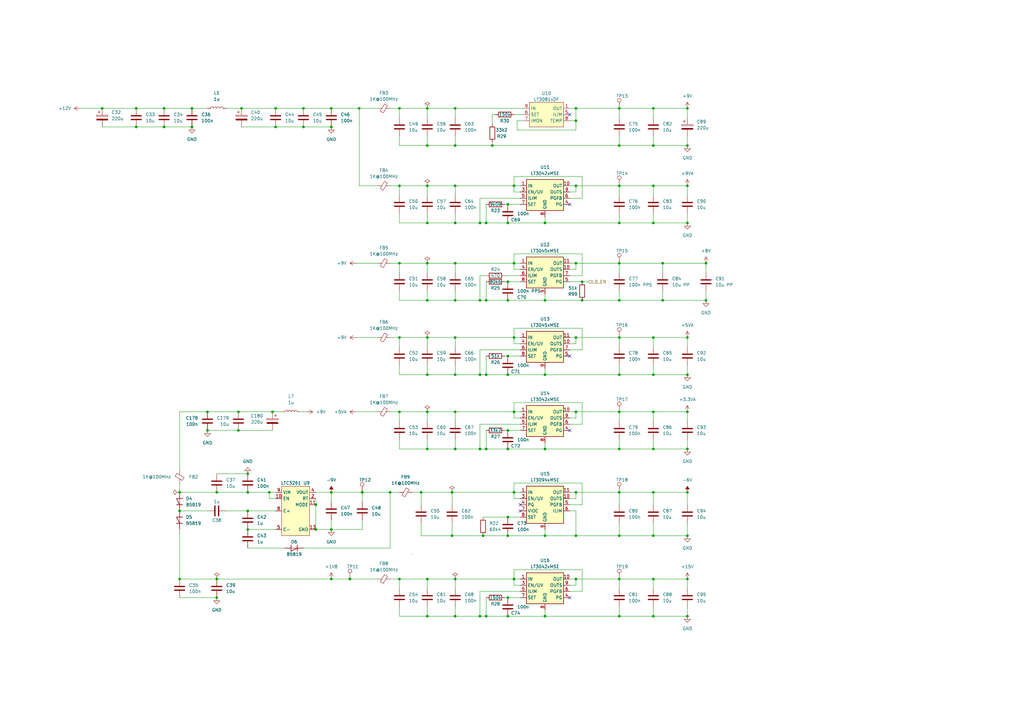
<source format=kicad_sch>
(kicad_sch (version 20211123) (generator eeschema)
  (paper "A3")
  (title_block (title "Kirdy") (date "2022-07-03") (rev "r0.1") (company "M-Labs") (comment 1 "Alex Wong Tat Hang"))
  (junction (at 175.26 237.49))
  (junction (at 223.52 184.15))
  (junction (at 236.22 76.2))
  (junction (at 210.82 201.93))
  (junction (at 78.74 44.45))
  (junction (at 210.82 76.2))
  (junction (at 236.22 168.91))
  (junction (at 185.42 219.71))
  (junction (at 101.6 217.17))
  (junction (at 254 184.15))
  (junction (at 208.28 245.11))
  (junction (at 185.42 201.93))
  (junction (at 208.28 176.53))
  (junction (at 135.89 217.17))
  (junction (at 147.32 44.45))
  (junction (at 210.82 138.43))
  (junction (at 254 91.44))
  (junction (at 143.51 237.49))
  (junction (at 135.89 237.49))
  (junction (at 238.76 115.57))
  (junction (at 148.556 201.93))
  (junction (at 236.22 49.53))
  (junction (at 208.28 252.73))
  (junction (at 196.85 184.15))
  (junction (at 238.76 123.19))
  (junction (at 88.9 237.49))
  (junction (at 199.39 252.73))
  (junction (at 186.69 138.43))
  (junction (at 208.28 184.15))
  (junction (at 78.74 52.07))
  (junction (at 254 44.45))
  (junction (at 267.97 76.2))
  (junction (at 199.39 153.67))
  (junction (at 254 237.49))
  (junction (at 111.76 168.91))
  (junction (at 163.83 76.2))
  (junction (at 289.56 107.95))
  (junction (at 210.82 107.95))
  (junction (at 99.06 44.45))
  (junction (at 67.31 52.07))
  (junction (at 175.26 59.69))
  (junction (at 267.97 201.93))
  (junction (at 113.03 52.07))
  (junction (at 175.26 153.67))
  (junction (at 175.26 91.44))
  (junction (at 41.91 44.45))
  (junction (at 281.94 138.43))
  (junction (at 267.97 138.43))
  (junction (at 175.26 107.95))
  (junction (at 85.09 168.91))
  (junction (at 196.85 91.44))
  (junction (at 199.39 123.19))
  (junction (at 267.97 252.73))
  (junction (at 281.94 237.49))
  (junction (at 186.69 252.73))
  (junction (at 208.28 123.19))
  (junction (at 254 219.71))
  (junction (at 97.79 168.91))
  (junction (at 148.59 201.93))
  (junction (at 223.52 153.67))
  (junction (at 223.52 91.44))
  (junction (at 236.22 44.45))
  (junction (at 101.6 209.55))
  (junction (at 281.94 76.2))
  (junction (at 281.94 201.93))
  (junction (at 281.94 168.91))
  (junction (at 186.69 107.95))
  (junction (at 289.56 123.19))
  (junction (at 281.94 44.45))
  (junction (at 186.69 237.49))
  (junction (at 186.69 184.15))
  (junction (at 163.83 168.91))
  (junction (at 236.22 219.71))
  (junction (at 254 168.91))
  (junction (at 281.94 252.73))
  (junction (at 223.52 123.19))
  (junction (at 186.69 76.2))
  (junction (at 198.12 219.71))
  (junction (at 281.94 184.15))
  (junction (at 267.97 44.45))
  (junction (at 135.89 201.93))
  (junction (at 186.69 91.44))
  (junction (at 267.97 168.91))
  (junction (at 175.26 168.91))
  (junction (at 281.94 219.71))
  (junction (at 160.02 201.93))
  (junction (at 186.69 59.69))
  (junction (at 208.28 83.82))
  (junction (at 135.89 52.07))
  (junction (at 236.22 201.93))
  (junction (at 113.03 44.45))
  (junction (at 254 153.67))
  (junction (at 254 138.43))
  (junction (at 210.82 168.91))
  (junction (at 281.94 91.44))
  (junction (at 254 59.69))
  (junction (at 267.97 184.15))
  (junction (at 271.78 123.19))
  (junction (at 254 76.2))
  (junction (at 101.6 201.93))
  (junction (at 163.83 138.43))
  (junction (at 186.69 123.19))
  (junction (at 175.26 252.73))
  (junction (at 135.89 44.45))
  (junction (at 196.85 123.19))
  (junction (at 208.28 91.44))
  (junction (at 172.72 201.93))
  (junction (at 208.28 153.67))
  (junction (at 73.66 209.55))
  (junction (at 201.93 59.69))
  (junction (at 267.97 237.49))
  (junction (at 208.28 212.09))
  (junction (at 196.85 252.73))
  (junction (at 124.46 52.07))
  (junction (at 175.26 184.15))
  (junction (at 163.83 107.95))
  (junction (at 186.69 153.67))
  (junction (at 88.9 201.93))
  (junction (at 254 201.93))
  (junction (at 85.09 176.53))
  (junction (at 110.49 201.93))
  (junction (at 208.28 115.57))
  (junction (at 236.22 107.95))
  (junction (at 267.97 219.71))
  (junction (at 208.28 146.05))
  (junction (at 223.52 252.73))
  (junction (at 73.66 201.93))
  (junction (at 175.26 123.19))
  (junction (at 281.94 59.69))
  (junction (at 97.79 176.53))
  (junction (at 267.97 59.69))
  (junction (at 55.88 52.07))
  (junction (at 236.22 237.49))
  (junction (at 281.94 153.67))
  (junction (at 223.52 219.71))
  (junction (at 208.28 219.71))
  (junction (at 271.78 107.95))
  (junction (at 175.26 76.2))
  (junction (at 175.26 138.43))
  (junction (at 163.83 44.45))
  (junction (at 199.39 184.15))
  (junction (at 101.6 194.31))
  (junction (at 88.9 245.11))
  (junction (at 267.97 91.44))
  (junction (at 254 123.19))
  (junction (at 175.26 44.45))
  (junction (at 210.82 237.49))
  (junction (at 254 252.73))
  (junction (at 73.66 237.49))
  (junction (at 163.83 237.49))
  (junction (at 186.69 168.91))
  (junction (at 129.54 207.01))
  (junction (at 67.31 44.45))
  (junction (at 267.97 153.67))
  (junction (at 124.46 44.45))
  (junction (at 55.88 44.45))
  (junction (at 186.69 44.45))
  (junction (at 254 107.95))
  (junction (at 129.54 217.17))
  (junction (at 236.22 138.43))
  (junction (at 199.39 91.44))
  (junction (at 196.85 153.67))
  (no_connect (at 233.68 176.53))
  (no_connect (at 233.68 245.11))
  (no_connect (at 233.68 46.99))
  (no_connect (at 213.36 209.55))
  (no_connect (at 213.36 207.01))
  (no_connect (at 233.68 83.82))
  (no_connect (at 233.68 146.05))
  (wire (pts (xy 88.9 201.93) (xy 101.6 201.93)))
  (wire (pts (xy 207.01 176.53) (xy 208.28 176.53)))
  (wire (pts (xy 267.97 214.63) (xy 267.97 219.71)))
  (wire (pts (xy 267.97 153.67) (xy 267.97 149.86)))
  (wire (pts (xy 196.85 81.28) (xy 196.85 91.44)))
  (wire (pts (xy 175.26 241.3) (xy 175.26 237.49)))
  (wire (pts (xy 160.02 237.49) (xy 163.83 237.49)))
  (wire (pts (xy 254 237.49) (xy 254 241.3)))
  (wire (pts (xy 233.68 140.97) (xy 236.22 140.97)))
  (wire (pts (xy 148.59 201.93) (xy 148.59 205.74)))
  (wire (pts (xy 281.94 252.73) (xy 281.94 248.92)))
  (wire (pts (xy 254 107.95) (xy 254 111.76)))
  (wire (pts (xy 135.89 213.36) (xy 135.89 217.17)))
  (wire (pts (xy 163.83 252.73) (xy 163.83 248.92)))
  (wire (pts (xy 208.28 176.53) (xy 213.36 176.53)))
  (wire (pts (xy 124.46 44.45) (xy 135.89 44.45)))
  (wire (pts (xy 135.89 217.17) (xy 129.54 217.17)))
  (wire (pts (xy 201.93 58.42) (xy 201.93 59.69)))
  (wire (pts (xy 196.85 91.44) (xy 199.39 91.44)))
  (wire (pts (xy 271.78 107.95) (xy 271.78 111.76)))
  (wire (pts (xy 267.97 252.73) (xy 281.94 252.73)))
  (wire (pts (xy 160.02 107.95) (xy 163.83 107.95)))
  (wire (pts (xy 186.69 172.72) (xy 186.69 168.91)))
  (wire (pts (xy 196.85 113.03) (xy 199.39 113.03)))
  (wire (pts (xy 236.22 219.71) (xy 223.52 219.71)))
  (wire (pts (xy 175.26 123.19) (xy 186.69 123.19)))
  (wire (pts (xy 175.26 252.73) (xy 175.26 248.92)))
  (wire (pts (xy 186.69 123.19) (xy 196.85 123.19)))
  (wire (pts (xy 185.42 219.71) (xy 198.12 219.71)))
  (wire (pts (xy 201.93 50.8) (xy 201.93 46.99)))
  (wire (pts (xy 267.97 153.67) (xy 281.94 153.67)))
  (wire (pts (xy 85.09 176.53) (xy 97.79 176.53)))
  (wire (pts (xy 207.01 115.57) (xy 208.28 115.57)))
  (wire (pts (xy 175.26 123.19) (xy 175.26 119.38)))
  (wire (pts (xy 210.82 76.2) (xy 213.36 76.2)))
  (wire (pts (xy 85.09 168.91) (xy 97.79 168.91)))
  (wire (pts (xy 163.83 59.69) (xy 175.26 59.69)))
  (wire (pts (xy 210.82 237.49) (xy 213.36 237.49)))
  (wire (pts (xy 254 219.71) (xy 254 214.63)))
  (wire (pts (xy 199.39 184.15) (xy 208.28 184.15)))
  (wire (pts (xy 129.54 201.93) (xy 135.89 201.93)))
  (wire (pts (xy 175.26 142.24) (xy 175.26 138.43)))
  (wire (pts (xy 199.39 252.73) (xy 208.28 252.73)))
  (wire (pts (xy 186.69 80.01) (xy 186.69 76.2)))
  (wire (pts (xy 199.39 245.11) (xy 199.39 252.73)))
  (wire (pts (xy 172.72 214.63) (xy 172.72 219.71)))
  (wire (pts (xy 92.71 209.55) (xy 101.6 209.55)))
  (wire (pts (xy 208.28 184.15) (xy 223.52 184.15)))
  (wire (pts (xy 175.26 184.15) (xy 186.69 184.15)))
  (wire (pts (xy 208.28 91.44) (xy 223.52 91.44)))
  (wire (pts (xy 213.36 204.47) (xy 210.82 204.47)))
  (wire (pts (xy 135.89 44.45) (xy 147.32 44.45)))
  (wire (pts (xy 254 219.71) (xy 267.97 219.71)))
  (wire (pts (xy 208.28 115.57) (xy 213.36 115.57)))
  (wire (pts (xy 163.83 252.73) (xy 175.26 252.73)))
  (wire (pts (xy 185.42 201.93) (xy 210.82 201.93)))
  (wire (pts (xy 186.69 168.91) (xy 210.82 168.91)))
  (wire (pts (xy 199.39 115.57) (xy 199.39 123.19)))
  (wire (pts (xy 175.26 76.2) (xy 186.69 76.2)))
  (wire (pts (xy 186.69 91.44) (xy 186.69 87.63)))
  (wire (pts (xy 199.39 146.05) (xy 199.39 153.67)))
  (wire (pts (xy 254 153.67) (xy 254 149.86)))
  (wire (pts (xy 238.76 134.62) (xy 210.82 134.62)))
  (wire (pts (xy 199.39 153.67) (xy 208.28 153.67)))
  (wire (pts (xy 172.72 219.71) (xy 185.42 219.71)))
  (wire (pts (xy 223.52 91.44) (xy 254 91.44)))
  (wire (pts (xy 236.22 240.03) (xy 236.22 237.49)))
  (wire (pts (xy 101.6 224.79) (xy 116.84 224.79)))
  (wire (pts (xy 198.12 219.71) (xy 208.28 219.71)))
  (wire (pts (xy 254 184.15) (xy 254 180.34)))
  (wire (pts (xy 210.82 140.97) (xy 210.82 138.43)))
  (wire (pts (xy 55.88 52.07) (xy 67.31 52.07)))
  (wire (pts (xy 196.85 81.28) (xy 213.36 81.28)))
  (wire (pts (xy 148.556 201.93) (xy 148.59 201.93)))
  (wire (pts (xy 267.97 59.69) (xy 254 59.69)))
  (wire (pts (xy 212.09 49.53) (xy 214.63 49.53)))
  (wire (pts (xy 213.36 110.49) (xy 210.82 110.49)))
  (wire (pts (xy 254 107.95) (xy 271.78 107.95)))
  (wire (pts (xy 267.97 91.44) (xy 267.97 87.63)))
  (wire (pts (xy 223.52 250.19) (xy 223.52 252.73)))
  (wire (pts (xy 254 123.19) (xy 254 119.38)))
  (wire (pts (xy 254 201.93) (xy 267.97 201.93)))
  (wire (pts (xy 186.69 44.45) (xy 214.63 44.45)))
  (wire (pts (xy 196.85 173.99) (xy 213.36 173.99)))
  (wire (pts (xy 175.26 184.15) (xy 175.26 180.34)))
  (wire (pts (xy 233.68 113.03) (xy 238.76 113.03)))
  (wire (pts (xy 210.82 107.95) (xy 213.36 107.95)))
  (wire (pts (xy 186.69 241.3) (xy 186.69 237.49)))
  (wire (pts (xy 254 237.49) (xy 267.97 237.49)))
  (wire (pts (xy 146.05 168.91) (xy 154.94 168.91)))
  (wire (pts (xy 236.22 237.49) (xy 254 237.49)))
  (wire (pts (xy 210.82 201.93) (xy 213.36 201.93)))
  (wire (pts (xy 236.22 44.45) (xy 236.22 49.53)))
  (wire (pts (xy 207.01 245.11) (xy 208.28 245.11)))
  (wire (pts (xy 210.82 78.74) (xy 210.82 76.2)))
  (wire (pts (xy 196.85 252.73) (xy 199.39 252.73)))
  (wire (pts (xy 186.69 153.67) (xy 196.85 153.67)))
  (wire (pts (xy 236.22 219.71) (xy 254 219.71)))
  (wire (pts (xy 210.82 138.43) (xy 213.36 138.43)))
  (wire (pts (xy 73.66 198.12) (xy 73.66 201.93)))
  (wire (pts (xy 238.76 173.99) (xy 238.76 165.1)))
  (wire (pts (xy 175.26 172.72) (xy 175.26 168.91)))
  (wire (pts (xy 113.03 52.07) (xy 124.46 52.07)))
  (wire (pts (xy 73.66 237.49) (xy 73.66 217.17)))
  (wire (pts (xy 238.76 165.1) (xy 210.82 165.1)))
  (wire (pts (xy 208.28 123.19) (xy 223.52 123.19)))
  (wire (pts (xy 113.03 44.45) (xy 124.46 44.45)))
  (wire (pts (xy 281.94 76.2) (xy 281.94 80.01)))
  (wire (pts (xy 163.83 172.72) (xy 163.83 168.91)))
  (wire (pts (xy 281.94 184.15) (xy 281.94 180.34)))
  (wire (pts (xy 201.93 46.99) (xy 203.2 46.99)))
  (wire (pts (xy 238.76 104.14) (xy 210.82 104.14)))
  (wire (pts (xy 210.82 240.03) (xy 210.82 237.49)))
  (wire (pts (xy 281.94 168.91) (xy 281.94 172.72)))
  (wire (pts (xy 163.83 107.95) (xy 175.26 107.95)))
  (wire (pts (xy 233.68 143.51) (xy 238.76 143.51)))
  (wire (pts (xy 233.68 115.57) (xy 238.76 115.57)))
  (wire (pts (xy 254 48.26) (xy 254 44.45)))
  (wire (pts (xy 196.85 113.03) (xy 196.85 123.19)))
  (wire (pts (xy 236.22 201.93) (xy 254 201.93)))
  (wire (pts (xy 73.66 237.49) (xy 88.9 237.49)))
  (wire (pts (xy 175.26 168.91) (xy 186.69 168.91)))
  (wire (pts (xy 233.68 240.03) (xy 236.22 240.03)))
  (wire (pts (xy 201.93 59.69) (xy 254 59.69)))
  (wire (pts (xy 175.26 44.45) (xy 186.69 44.45)))
  (wire (pts (xy 160.02 44.45) (xy 163.83 44.45)))
  (wire (pts (xy 124.46 52.07) (xy 135.89 52.07)))
  (wire (pts (xy 236.22 138.43) (xy 254 138.43)))
  (wire (pts (xy 110.49 201.93) (xy 113.03 201.93)))
  (wire (pts (xy 233.68 173.99) (xy 238.76 173.99)))
  (wire (pts (xy 210.82 134.62) (xy 210.82 138.43)))
  (wire (pts (xy 267.97 76.2) (xy 267.97 80.01)))
  (wire (pts (xy 267.97 138.43) (xy 281.94 138.43)))
  (wire (pts (xy 254 44.45) (xy 267.97 44.45)))
  (wire (pts (xy 254 91.44) (xy 267.97 91.44)))
  (wire (pts (xy 271.78 123.19) (xy 271.78 119.38)))
  (wire (pts (xy 238.76 113.03) (xy 238.76 104.14)))
  (wire (pts (xy 223.52 151.13) (xy 223.52 153.67)))
  (wire (pts (xy 233.68 138.43) (xy 236.22 138.43)))
  (wire (pts (xy 163.83 59.69) (xy 163.83 55.88)))
  (wire (pts (xy 233.68 81.28) (xy 238.76 81.28)))
  (wire (pts (xy 196.85 153.67) (xy 199.39 153.67)))
  (wire (pts (xy 163.83 123.19) (xy 175.26 123.19)))
  (wire (pts (xy 223.52 181.61) (xy 223.52 184.15)))
  (wire (pts (xy 113.03 204.47) (xy 110.49 204.47)))
  (wire (pts (xy 73.66 245.11) (xy 88.9 245.11)))
  (wire (pts (xy 186.69 59.69) (xy 201.93 59.69)))
  (wire (pts (xy 135.89 237.49) (xy 143.51 237.49)))
  (wire (pts (xy 186.69 153.67) (xy 186.69 149.86)))
  (wire (pts (xy 186.69 123.19) (xy 186.69 119.38)))
  (wire (pts (xy 233.68 76.2) (xy 236.22 76.2)))
  (wire (pts (xy 185.42 214.63) (xy 185.42 219.71)))
  (wire (pts (xy 208.28 252.73) (xy 223.52 252.73)))
  (wire (pts (xy 175.26 252.73) (xy 186.69 252.73)))
  (wire (pts (xy 168.91 201.93) (xy 172.72 201.93)))
  (wire (pts (xy 186.69 48.26) (xy 186.69 44.45)))
  (wire (pts (xy 135.89 201.93) (xy 148.556 201.93)))
  (wire (pts (xy 115.57 168.91) (xy 111.76 168.91)))
  (wire (pts (xy 123.19 168.91) (xy 125.73 168.91)))
  (wire (pts (xy 267.97 44.45) (xy 281.94 44.45)))
  (wire (pts (xy 199.39 176.53) (xy 199.39 184.15)))
  (wire (pts (xy 254 168.91) (xy 254 172.72)))
  (wire (pts (xy 254 201.93) (xy 254 207.01)))
  (wire (pts (xy 185.42 201.93) (xy 185.42 207.01)))
  (wire (pts (xy 135.89 201.93) (xy 135.89 205.74)))
  (wire (pts (xy 213.36 78.74) (xy 210.82 78.74)))
  (wire (pts (xy 267.97 48.26) (xy 267.97 44.45)))
  (wire (pts (xy 163.83 237.49) (xy 175.26 237.49)))
  (wire (pts (xy 196.85 143.51) (xy 213.36 143.51)))
  (wire (pts (xy 186.69 252.73) (xy 186.69 248.92)))
  (wire (pts (xy 175.26 153.67) (xy 175.26 149.86)))
  (wire (pts (xy 233.68 168.91) (xy 236.22 168.91)))
  (wire (pts (xy 212.09 49.53) (xy 212.09 53.34)))
  (wire (pts (xy 186.69 138.43) (xy 210.82 138.43)))
  (wire (pts (xy 238.76 115.57) (xy 241.3 115.57)))
  (wire (pts (xy 236.22 49.53) (xy 233.68 49.53)))
  (wire (pts (xy 254 123.19) (xy 271.78 123.19)))
  (wire (pts (xy 233.68 171.45) (xy 236.22 171.45)))
  (wire (pts (xy 254 91.44) (xy 254 87.63)))
  (wire (pts (xy 238.76 81.28) (xy 238.76 72.39)))
  (wire (pts (xy 213.36 240.03) (xy 210.82 240.03)))
  (wire (pts (xy 236.22 209.55) (xy 236.22 219.71)))
  (wire (pts (xy 163.83 80.01) (xy 163.83 76.2)))
  (wire (pts (xy 223.52 123.19) (xy 238.76 123.19)))
  (wire (pts (xy 254 153.67) (xy 267.97 153.67)))
  (wire (pts (xy 101.6 217.17) (xy 113.03 217.17)))
  (wire (pts (xy 163.83 241.3) (xy 163.83 237.49)))
  (wire (pts (xy 233.68 242.57) (xy 238.76 242.57)))
  (wire (pts (xy 236.22 168.91) (xy 254 168.91)))
  (wire (pts (xy 223.52 219.71) (xy 223.52 217.17)))
  (wire (pts (xy 160.02 224.79) (xy 160.02 201.93)))
  (wire (pts (xy 163.83 48.26) (xy 163.83 44.45)))
  (wire (pts (xy 236.22 53.34) (xy 236.22 49.53)))
  (wire (pts (xy 78.74 44.45) (xy 85.09 44.45)))
  (wire (pts (xy 267.97 201.93) (xy 281.94 201.93)))
  (wire (pts (xy 148.59 217.17) (xy 135.89 217.17)))
  (wire (pts (xy 92.71 44.45) (xy 99.06 44.45)))
  (wire (pts (xy 281.94 44.45) (xy 281.94 48.26)))
  (wire (pts (xy 175.26 48.26) (xy 175.26 44.45)))
  (wire (pts (xy 163.83 153.67) (xy 175.26 153.67)))
  (wire (pts (xy 175.26 153.67) (xy 186.69 153.67)))
  (wire (pts (xy 160.02 201.93) (xy 163.83 201.93)))
  (wire (pts (xy 267.97 237.49) (xy 281.94 237.49)))
  (wire (pts (xy 175.26 111.76) (xy 175.26 107.95)))
  (wire (pts (xy 110.49 204.47) (xy 110.49 201.93)))
  (wire (pts (xy 175.26 59.69) (xy 175.26 55.88)))
  (wire (pts (xy 210.82 168.91) (xy 213.36 168.91)))
  (wire (pts (xy 267.97 201.93) (xy 267.97 207.01)))
  (wire (pts (xy 198.12 212.09) (xy 208.28 212.09)))
  (wire (pts (xy 254 252.73) (xy 254 248.92)))
  (wire (pts (xy 233.68 78.74) (xy 236.22 78.74)))
  (wire (pts (xy 172.72 201.93) (xy 172.72 207.01)))
  (wire (pts (xy 210.82 110.49) (xy 210.82 107.95)))
  (wire (pts (xy 33.02 44.45) (xy 41.91 44.45)))
  (wire (pts (xy 238.76 72.39) (xy 210.82 72.39)))
  (wire (pts (xy 199.39 123.19) (xy 208.28 123.19)))
  (wire (pts (xy 254 252.73) (xy 267.97 252.73)))
  (wire (pts (xy 236.22 107.95) (xy 254 107.95)))
  (wire (pts (xy 236.22 140.97) (xy 236.22 138.43)))
  (wire (pts (xy 129.54 207.01) (xy 129.54 217.17)))
  (wire (pts (xy 267.97 252.73) (xy 267.97 248.92)))
  (wire (pts (xy 233.68 110.49) (xy 236.22 110.49)))
  (wire (pts (xy 41.91 44.45) (xy 55.88 44.45)))
  (wire (pts (xy 186.69 59.69) (xy 186.69 55.88)))
  (wire (pts (xy 163.83 76.2) (xy 175.26 76.2)))
  (wire (pts (xy 154.94 76.2) (xy 147.32 76.2)))
  (wire (pts (xy 254 55.88) (xy 254 59.69)))
  (wire (pts (xy 163.83 153.67) (xy 163.83 149.86)))
  (wire (pts (xy 271.78 123.19) (xy 289.56 123.19)))
  (wire (pts (xy 175.26 107.95) (xy 186.69 107.95)))
  (wire (pts (xy 196.85 242.57) (xy 196.85 252.73)))
  (wire (pts (xy 267.97 91.44) (xy 281.94 91.44)))
  (wire (pts (xy 73.66 209.55) (xy 85.09 209.55)))
  (wire (pts (xy 186.69 237.49) (xy 210.82 237.49)))
  (wire (pts (xy 101.6 201.93) (xy 110.49 201.93)))
  (wire (pts (xy 99.06 44.45) (xy 113.03 44.45)))
  (wire (pts (xy 186.69 184.15) (xy 186.69 180.34)))
  (wire (pts (xy 236.22 110.49) (xy 236.22 107.95)))
  (wire (pts (xy 73.66 168.91) (xy 73.66 193.04)))
  (wire (pts (xy 210.82 46.99) (xy 214.63 46.99)))
  (wire (pts (xy 147.32 44.45) (xy 147.32 76.2)))
  (wire (pts (xy 146.05 107.95) (xy 154.94 107.95)))
  (wire (pts (xy 175.26 91.44) (xy 186.69 91.44)))
  (wire (pts (xy 233.68 107.95) (xy 236.22 107.95)))
  (wire (pts (xy 210.82 72.39) (xy 210.82 76.2)))
  (wire (pts (xy 254 76.2) (xy 267.97 76.2)))
  (wire (pts (xy 233.68 237.49) (xy 236.22 237.49)))
  (wire (pts (xy 196.85 123.19) (xy 199.39 123.19)))
  (wire (pts (xy 238.76 198.12) (xy 210.82 198.12)))
  (wire (pts (xy 233.68 44.45) (xy 236.22 44.45)))
  (wire (pts (xy 146.05 138.43) (xy 154.94 138.43)))
  (wire (pts (xy 196.85 143.51) (xy 196.85 153.67)))
  (wire (pts (xy 281.94 91.44) (xy 281.94 87.63)))
  (wire (pts (xy 41.91 52.07) (xy 55.88 52.07)))
  (wire (pts (xy 196.85 173.99) (xy 196.85 184.15)))
  (wire (pts (xy 281.94 138.43) (xy 281.94 142.24)))
  (wire (pts (xy 281.94 153.67) (xy 281.94 149.86)))
  (wire (pts (xy 233.68 204.47) (xy 236.22 204.47)))
  (wire (pts (xy 143.51 237.49) (xy 154.94 237.49)))
  (wire (pts (xy 199.39 91.44) (xy 208.28 91.44)))
  (wire (pts (xy 238.76 207.01) (xy 238.76 198.12)))
  (wire (pts (xy 163.83 168.91) (xy 175.26 168.91)))
  (wire (pts (xy 236.22 78.74) (xy 236.22 76.2)))
  (wire (pts (xy 207.01 146.05) (xy 208.28 146.05)))
  (wire (pts (xy 196.85 184.15) (xy 199.39 184.15)))
  (wire (pts (xy 212.09 53.34) (xy 236.22 53.34)))
  (wire (pts (xy 196.85 242.57) (xy 213.36 242.57)))
  (wire (pts (xy 208.28 153.67) (xy 223.52 153.67)))
  (wire (pts (xy 210.82 171.45) (xy 210.82 168.91)))
  (wire (pts (xy 186.69 76.2) (xy 210.82 76.2)))
  (wire (pts (xy 210.82 198.12) (xy 210.82 201.93)))
  (wire (pts (xy 147.32 44.45) (xy 154.94 44.45)))
  (wire (pts (xy 213.36 140.97) (xy 210.82 140.97)))
  (wire (pts (xy 238.76 242.57) (xy 238.76 233.68)))
  (wire (pts (xy 88.9 194.31) (xy 101.6 194.31)))
  (wire (pts (xy 289.56 123.19) (xy 289.56 119.38)))
  (wire (pts (xy 267.97 168.91) (xy 267.97 172.72)))
  (wire (pts (xy 267.97 76.2) (xy 281.94 76.2)))
  (wire (pts (xy 186.69 142.24) (xy 186.69 138.43)))
  (wire (pts (xy 281.94 55.88) (xy 281.94 59.69)))
  (wire (pts (xy 67.31 52.07) (xy 78.74 52.07)))
  (wire (pts (xy 210.82 204.47) (xy 210.82 201.93)))
  (wire (pts (xy 238.76 233.68) (xy 210.82 233.68)))
  (wire (pts (xy 254 138.43) (xy 267.97 138.43)))
  (wire (pts (xy 223.52 120.65) (xy 223.52 123.19)))
  (wire (pts (xy 267.97 219.71) (xy 281.94 219.71)))
  (wire (pts (xy 208.28 245.11) (xy 213.36 245.11)))
  (wire (pts (xy 223.52 88.9) (xy 223.52 91.44)))
  (wire (pts (xy 73.66 168.91) (xy 85.09 168.91)))
  (wire (pts (xy 267.97 237.49) (xy 267.97 241.3)))
  (wire (pts (xy 254 184.15) (xy 267.97 184.15)))
  (wire (pts (xy 236.22 171.45) (xy 236.22 168.91)))
  (wire (pts (xy 210.82 233.68) (xy 210.82 237.49)))
  (wire (pts (xy 163.83 111.76) (xy 163.83 107.95)))
  (wire (pts (xy 55.88 44.45) (xy 67.31 44.45)))
  (wire (pts (xy 199.39 83.82) (xy 199.39 91.44)))
  (wire (pts (xy 160.02 168.91) (xy 163.83 168.91)))
  (wire (pts (xy 124.46 224.79) (xy 160.02 224.79)))
  (wire (pts (xy 254 138.43) (xy 254 142.24)))
  (wire (pts (xy 208.28 212.09) (xy 213.36 212.09)))
  (wire (pts (xy 210.82 165.1) (xy 210.82 168.91)))
  (wire (pts (xy 271.78 107.95) (xy 289.56 107.95)))
  (wire (pts (xy 160.02 76.2) (xy 163.83 76.2)))
  (wire (pts (xy 163.83 123.19) (xy 163.83 119.38)))
  (wire (pts (xy 67.31 44.45) (xy 78.74 44.45)))
  (wire (pts (xy 175.26 59.69) (xy 186.69 59.69)))
  (wire (pts (xy 163.83 184.15) (xy 175.26 184.15)))
  (wire (pts (xy 208.28 146.05) (xy 213.36 146.05)))
  (wire (pts (xy 175.26 237.49) (xy 186.69 237.49)))
  (wire (pts (xy 254 168.91) (xy 267.97 168.91)))
  (wire (pts (xy 111.76 168.91) (xy 97.79 168.91)))
  (wire (pts (xy 186.69 111.76) (xy 186.69 107.95)))
  (wire (pts (xy 160.02 201.93) (xy 148.59 201.93)))
  (wire (pts (xy 172.72 201.93) (xy 185.42 201.93)))
  (wire (pts (xy 175.26 91.44) (xy 175.26 87.63)))
  (wire (pts (xy 281.94 201.93) (xy 281.94 207.01)))
  (wire (pts (xy 99.06 52.07) (xy 113.03 52.07)))
  (wire (pts (xy 101.6 209.55) (xy 113.03 209.55)))
  (wire (pts (xy 223.52 153.67) (xy 254 153.67)))
  (wire (pts (xy 238.76 143.51) (xy 238.76 134.62)))
  (wire (pts (xy 73.66 201.93) (xy 88.9 201.93)))
  (wire (pts (xy 175.26 138.43) (xy 186.69 138.43)))
  (wire (pts (xy 186.69 107.95) (xy 210.82 107.95)))
  (wire (pts (xy 267.97 168.91) (xy 281.94 168.91)))
  (wire (pts (xy 233.68 207.01) (xy 238.76 207.01)))
  (wire (pts (xy 163.83 91.44) (xy 175.26 91.44)))
  (wire (pts (xy 236.22 76.2) (xy 254 76.2)))
  (wire (pts (xy 236.22 204.47) (xy 236.22 201.93)))
  (wire (pts (xy 236.22 44.45) (xy 254 44.45)))
  (wire (pts (xy 160.02 138.43) (xy 163.83 138.43)))
  (wire (pts (xy 208.28 219.71) (xy 223.52 219.71)))
  (wire (pts (xy 236.22 209.55) (xy 233.68 209.55)))
  (wire (pts (xy 111.76 176.53) (xy 97.79 176.53)))
  (wire (pts (xy 186.69 184.15) (xy 196.85 184.15)))
  (wire (pts (xy 267.97 184.15) (xy 267.97 180.34)))
  (wire (pts (xy 207.01 83.82) (xy 208.28 83.82)))
  (wire (pts (xy 267.97 138.43) (xy 267.97 142.24)))
  (wire (pts (xy 213.36 171.45) (xy 210.82 171.45)))
  (wire (pts (xy 233.68 201.93) (xy 236.22 201.93)))
  (wire (pts (xy 254 76.2) (xy 254 80.01)))
  (wire (pts (xy 238.76 123.19) (xy 254 123.19)))
  (wire (pts (xy 163.83 44.45) (xy 175.26 44.45)))
  (wire (pts (xy 223.52 184.15) (xy 254 184.15)))
  (wire (pts (xy 163.83 138.43) (xy 175.26 138.43)))
  (wire (pts (xy 208.28 83.82) (xy 213.36 83.82)))
  (wire (pts (xy 186.69 91.44) (xy 196.85 91.44)))
  (wire (pts (xy 163.83 91.44) (xy 163.83 87.63)))
  (wire (pts (xy 289.56 107.95) (xy 289.56 111.76)))
  (wire (pts (xy 281.94 237.49) (xy 281.94 241.3)))
  (wire (pts (xy 148.59 213.36) (xy 148.59 217.17)))
  (wire (pts (xy 267.97 55.88) (xy 267.97 59.69)))
  (wire (pts (xy 129.54 204.47) (xy 129.54 207.01)))
  (wire (pts (xy 267.97 59.69) (xy 281.94 59.69)))
  (wire (pts (xy 223.52 252.73) (xy 254 252.73)))
  (wire (pts (xy 186.69 252.73) (xy 196.85 252.73)))
  (wire (pts (xy 267.97 184.15) (xy 281.94 184.15)))
  (wire (pts (xy 210.82 104.14) (xy 210.82 107.95)))
  (wire (pts (xy 281.94 214.63) (xy 281.94 219.71)))
  (wire (pts (xy 175.26 80.01) (xy 175.26 76.2)))
  (wire (pts (xy 163.83 184.15) (xy 163.83 180.34)))
  (wire (pts (xy 88.9 237.49) (xy 135.89 237.49)))
  (wire (pts (xy 207.01 113.03) (xy 213.36 113.03)))
  (wire (pts (xy 163.83 142.24) (xy 163.83 138.43)))
  (hierarchical_label "LD_EN" (shape input) (at 241.3 115.57 0))
  (symbol (lib_id "Device:R") (at 198.12 215.9 0) (unit 1)
    (property "Reference" "R22" (at 200.66 214.6299 0) (effects (justify left)))
    (property "Value" "60k4" (at 200.66 217.1699 0) (effects (justify left)))
    (property "Footprint" "Resistor_SMD:R_0603_1608Metric" (effects hide))
    (property "MFR_PN" "RT0603FRE0760K4L" (effects hide))
    (property "MFR_PN_ALT" "RC0603FR-0760K4L" (effects hide))
  )
  (symbol (lib_id "Device:C") (at 85.09 172.72 0) (mirror y) (unit 1)
    (property "Reference" "C178" (at 81.28 171.4499 0) (effects (justify left)))
    (property "Value" "100n" (at 81.28 173.9899 0) (effects (justify left)))
    (property "Footprint" "Capacitor_SMD:C_0603_1608Metric" (effects hide))
    (property "MFR_PN" "CL10B104KB8NNWC" (effects hide))
    (property "MFR_PN_ALT" "CL10B104KB8NNNL" (effects hide))
  )
  (symbol (lib_id "Device:C") (at 254 83.82 0) (unit 1)
    (property "Reference" "C76" (at 257.81 82.5499 0) (effects (justify left)))
    (property "Value" "100n" (at 257.81 85.0899 0) (effects (justify left)))
    (property "Footprint" "Capacitor_SMD:C_0603_1608Metric" (effects hide))
    (property "MFR_PN" "CL10B104KB8NNWC" (effects hide))
    (property "MFR_PN_ALT" "CL10B104KB8NNNL" (effects hide))
  )
  (symbol (lib_id "power:+5VA") (at 281.94 138.43 0) (unit 1)
    (property "Reference" "#PWR074" (effects hide))
    (property "Value" "+5VA" (at 281.94 133.35 0))
  )
  (symbol (lib_id "Device:C") (at 101.6 213.36 0) (unit 1)
    (property "Reference" "C42" (at 105.41 212.0899 0) (effects (justify left)))
    (property "Value" "1u" (at 105.41 214.6299 0) (effects (justify left)))
    (property "Footprint" "Capacitor_SMD:C_0603_1608Metric" (effects hide))
    (property "MFR_PN" "CL10B105KA8NNNC" (effects hide))
    (property "MFR_PN_ALT" "CGA3E1X7R1E105K080AC" (effects hide))
  )
  (symbol (lib_id "power:PWR_FLAG") (at 175.26 76.2 0) (unit 1)
    (property "Reference" "#FLG0106" (effects hide))
    (property "Value" "PWR_FLAG" (effects hide))
  )
  (symbol (lib_id "Device:C") (at 148.59 209.55 0) (unit 1)
    (property "Reference" "C48" (at 152.4 208.2799 0) (effects (justify left)))
    (property "Value" "10u" (at 152.4 210.8199 0) (effects (justify left)))
    (property "Footprint" "Capacitor_SMD:C_0805_2012Metric" (effects hide))
    (property "MFR_PN" "CL21B106KOQNNNG" (effects hide))
    (property "MFR_PN_ALT" "CL21B106KOQNNNE" (effects hide))
  )
  (symbol (lib_id "Device:R") (at 203.2 83.82 90) (unit 1)
    (property "Reference" "R23" (at 203.2 86.36 90))
    (property "Value" "9k09" (at 203.2 83.82 90))
    (property "Footprint" "Resistor_SMD:R_0603_1608Metric" (effects hide))
    (property "MFR_PN" "CR0603-FX-9091ELF" (effects hide))
    (property "MFR_PN_ALT" "RK73H1JTTD9091F" (effects hide))
  )
  (symbol (lib_id "Device:R") (at 203.2 245.11 90) (unit 1)
    (property "Reference" "R28" (at 203.2 247.65 90))
    (property "Value" "150k" (at 203.2 245.11 90))
    (property "Footprint" "Resistor_SMD:R_0603_1608Metric" (effects hide))
    (property "MFR_PN" "CRGCQ0603F150K" (effects hide))
    (property "MFR_PN_ALT" "RMCF0603FG150K" (effects hide))
  )
  (symbol (lib_id "Device:C") (at 281.94 210.82 0) (unit 1)
    (property "Reference" "C94" (at 285.75 209.5499 0) (effects (justify left)))
    (property "Value" "10u" (at 285.75 212.0899 0) (effects (justify left)))
    (property "Footprint" "Capacitor_SMD:C_0805_2012Metric" (effects hide))
    (property "MFR_PN" "CL21B106KOQNNNG" (effects hide))
    (property "MFR_PN_ALT" "CL21B106KOQNNNE" (effects hide))
  )
  (symbol (lib_id "Device:C") (at 186.69 83.82 0) (unit 1)
    (property "Reference" "C64" (at 190.5 82.5499 0) (effects (justify left)))
    (property "Value" "100n" (at 190.5 85.0899 0) (effects (justify left)))
    (property "Footprint" "Capacitor_SMD:C_0603_1608Metric" (effects hide))
    (property "MFR_PN" "CL10B104KB8NNWC" (effects hide))
    (property "MFR_PN_ALT" "CL10B104KB8NNNL" (effects hide))
  )
  (symbol (lib_id "Device:C") (at 113.03 48.26 0) (unit 1)
    (property "Reference" "C44" (at 116.84 46.9899 0) (effects (justify left)))
    (property "Value" "10u" (at 116.84 49.5299 0) (effects (justify left)))
    (property "Footprint" "Capacitor_SMD:C_0805_2012Metric" (effects hide))
    (property "MFR_PN" "CL21B106KOQNNNG" (effects hide))
    (property "MFR_PN_ALT" "CL21B106KOQNNNE" (effects hide))
  )
  (symbol (lib_id "power:PWR_FLAG") (at 175.26 107.95 0) (unit 1)
    (property "Reference" "#FLG0108" (effects hide))
    (property "Value" "PWR_FLAG" (effects hide))
  )
  (symbol (lib_id "Device:R") (at 238.76 119.38 180) (unit 1)
    (property "Reference" "R99" (at 234.95 120.65 0))
    (property "Value" "51k" (at 234.95 118.11 0))
    (property "Footprint" "Resistor_SMD:R_0603_1608Metric" (effects hide))
    (property "MFR_PN" "RMCF0603FT51K0" (effects hide))
    (property "MFR_PN_ALT" "CR0603-FX-5102ELF" (effects hide))
  )
  (symbol (lib_id "Device:FerriteBead_Small") (at 73.66 195.58 180) (unit 1)
    (property "Reference" "FB2" (at 77.47 195.58 0) (effects (justify right)))
    (property "Value" "1K@100MHz" (at 58.42 195.58 0) (effects (justify right)))
    (property "Footprint" "Inductor_SMD:L_1210_3225Metric" (effects hide))
    (property "MFR_PN" "FBMH3225HM102NT" (effects hide))
    (property "MFR_PN_ALT" "FBMH3225HM102NTV" (effects hide))
  )
  (symbol (lib_id "Device:C") (at 208.28 180.34 0) (unit 1)
    (property "Reference" "C72" (at 209.55 182.88 0) (effects (justify left)))
    (property "Value" "100n" (at 212.09 180.34 0) (effects (justify left)))
    (property "Footprint" "Capacitor_SMD:C_0603_1608Metric" (effects hide))
    (property "MFR_PN" "CL10B104KB8NNWC" (effects hide))
    (property "MFR_PN_ALT" "CL10B104KB8NNNL" (effects hide))
  )
  (symbol (lib_id "Device:C") (at 186.69 115.57 0) (unit 1)
    (property "Reference" "C65" (at 190.5 114.2999 0) (effects (justify left)))
    (property "Value" "100n" (at 190.5 116.8399 0) (effects (justify left)))
    (property "Footprint" "Capacitor_SMD:C_0603_1608Metric" (effects hide))
    (property "MFR_PN" "CL10B104KB8NNWC" (effects hide))
    (property "MFR_PN_ALT" "CL10B104KB8NNNL" (effects hide))
  )
  (symbol (lib_id "Device:C") (at 175.26 176.53 0) (unit 1)
    (property "Reference" "C60" (at 179.07 175.2599 0) (effects (justify left)))
    (property "Value" "10u" (at 179.07 177.7999 0) (effects (justify left)))
    (property "Footprint" "Capacitor_SMD:C_0805_2012Metric" (effects hide))
    (property "MFR_PN" "CL21B106KOQNNNG" (effects hide))
    (property "MFR_PN_ALT" "CL21B106KOQNNNE" (effects hide))
  )
  (symbol (lib_id "Device:C") (at 254 52.07 0) (unit 1)
    (property "Reference" "C75" (at 257.81 50.7999 0) (effects (justify left)))
    (property "Value" "100n" (at 257.81 53.3399 0) (effects (justify left)))
    (property "Footprint" "Capacitor_SMD:C_0603_1608Metric" (effects hide))
    (property "MFR_PN" "CL10B104KB8NNWC" (effects hide))
    (property "MFR_PN_ALT" "CL10B104KB8NNNL" (effects hide))
  )
  (symbol (lib_id "power:GND") (at 289.56 123.19 0) (unit 1)
    (property "Reference" "#PWR073" (effects hide))
    (property "Value" "GND" (at 289.56 128.27 0))
  )
  (symbol (lib_id "Device:C") (at 267.97 210.82 0) (unit 1)
    (property "Reference" "C87" (at 271.78 209.5499 0) (effects (justify left)))
    (property "Value" "10u" (at 271.78 212.0899 0) (effects (justify left)))
    (property "Footprint" "Capacitor_SMD:C_0805_2012Metric" (effects hide))
    (property "MFR_PN" "CL21B106KOQNNNG" (effects hide))
    (property "MFR_PN_ALT" "CL21B106KOQNNNE" (effects hide))
  )
  (symbol (lib_id "Device:C") (at 175.26 245.11 0) (unit 1)
    (property "Reference" "C61" (at 179.07 243.8399 0) (effects (justify left)))
    (property "Value" "10u" (at 179.07 246.3799 0) (effects (justify left)))
    (property "Footprint" "Capacitor_SMD:C_0805_2012Metric" (effects hide))
    (property "MFR_PN" "CL21B106KOQNNNG" (effects hide))
    (property "MFR_PN_ALT" "CL21B106KOQNNNE" (effects hide))
  )
  (symbol (lib_id "Device:C") (at 186.69 245.11 0) (unit 1)
    (property "Reference" "C68" (at 190.5 243.8399 0) (effects (justify left)))
    (property "Value" "100n" (at 190.5 246.3799 0) (effects (justify left)))
    (property "Footprint" "Capacitor_SMD:C_0603_1608Metric" (effects hide))
    (property "MFR_PN" "CL10B104KB8NNWC" (effects hide))
    (property "MFR_PN_ALT" "CL10B104KB8NNNL" (effects hide))
  )
  (symbol (lib_id "Device:R") (at 203.2 146.05 90) (unit 1)
    (property "Reference" "R26" (at 203.2 148.59 90))
    (property "Value" "51k" (at 203.2 146.05 90))
    (property "Footprint" "Resistor_SMD:R_0603_1608Metric" (effects hide))
    (property "MFR_PN" "RMCF0603FT51K0" (effects hide))
    (property "MFR_PN_ALT" "CR0603-FX-5102ELF" (effects hide))
  )
  (symbol (lib_id "Device:C") (at 175.26 52.07 0) (unit 1)
    (property "Reference" "C56" (at 179.07 50.7999 0) (effects (justify left)))
    (property "Value" "10u" (at 179.07 53.3399 0) (effects (justify left)))
    (property "Footprint" "Capacitor_SMD:C_0805_2012Metric" (effects hide))
    (property "MFR_PN" "CL21B106KOQNNNG" (effects hide))
    (property "MFR_PN_ALT" "CL21B106KOQNNNE" (effects hide))
  )
  (symbol (lib_id "Device:L") (at 88.9 44.45 90) (unit 1)
    (property "Reference" "L1" (at 88.9 38.1 90))
    (property "Value" "1u" (at 88.9 40.64 90))
    (property "Footprint" "Inductor_SMD:L_1008_2520Metric" (effects hide))
    (property "MFR_PN" "DFE252012F-1R0M=P2" (effects hide))
    (property "MFR_PN_ALT" "DFE252012P-1R0M=P2" (effects hide))
  )
  (symbol (lib_id "Device:D_Shockley") (at 73.66 213.36 90) (unit 1)
    (property "Reference" "D5" (at 76.2 212.0899 90) (effects (justify right)))
    (property "Value" "B5819" (at 76.2 214.6299 90) (effects (justify right)))
    (property "Footprint" "Diode_SMD:D_SOD-323" (effects hide))
    (property "MFR_PN" "B5819WS-TP" (effects hide))
  )
  (symbol (lib_id "Device:C_Polarized") (at 281.94 52.07 0) (unit 1)
    (property "Reference" "C89" (at 285.75 49.9109 0) (effects (justify left)))
    (property "Value" "220u" (at 285.75 52.4509 0) (effects (justify left)))
    (property "Footprint" "Capacitor_Tantalum_SMD:CP_EIA-7343-15_Kemet-W" (effects hide))
    (property "MFR_PN" "T491D227K016AT" (effects hide))
    (property "MFR_PN_ALT" "293D227X9016E2TE3" (effects hide))
  )
  (symbol (lib_id "Connector:TestPoint") (at 254 107.95 0) (unit 1)
    (property "Reference" "TP15" (at 252.73 102.87 0) (effects (justify left)))
    (property "Value" "TestPoint" (effects hide))
    (property "Footprint" "TestPoint:TestPoint_Pad_2.0x2.0mm" (effects hide))
  )
  (symbol (lib_id "power:-9V") (at 135.89 201.93 0) (unit 1)
    (property "Reference" "#PWR063" (effects hide))
    (property "Value" "-9V" (at 135.89 196.85 0))
  )
  (symbol (lib_id "Device:FerriteBead_Small") (at 157.48 107.95 90) (unit 1)
    (property "Reference" "FB5" (at 157.4419 101.6 90))
    (property "Value" "1K@100MHz" (at 157.4419 104.14 90))
    (property "Footprint" "Inductor_SMD:L_1210_3225Metric" (effects hide))
    (property "MFR_PN" "FBMH3225HM102NT" (effects hide))
    (property "MFR_PN_ALT" "FBMH3225HM102NTV" (effects hide))
  )
  (symbol (lib_id "Device:C") (at 254 210.82 0) (unit 1)
    (property "Reference" "C80" (at 257.81 209.5499 0) (effects (justify left)))
    (property "Value" "100n" (at 257.81 212.0899 0) (effects (justify left)))
    (property "Footprint" "Capacitor_SMD:C_0603_1608Metric" (effects hide))
    (property "MFR_PN" "CL10B104KB8NNWC" (effects hide))
    (property "MFR_PN_ALT" "CL10B104KB8NNNL" (effects hide))
  )
  (symbol (lib_id "power:PWR_FLAG") (at 175.26 138.43 0) (unit 1)
    (property "Reference" "#FLG0109" (effects hide))
    (property "Value" "PWR_FLAG" (effects hide))
  )
  (symbol (lib_id "power:GND") (at 281.94 91.44 0) (unit 1)
    (property "Reference" "#PWR071" (effects hide))
    (property "Value" "GND" (at 281.94 96.52 0))
  )
  (symbol (lib_id "power:+9V") (at 281.94 44.45 0) (unit 1)
    (property "Reference" "#PWR068" (effects hide))
    (property "Value" "+9V" (at 281.94 39.37 0))
  )
  (symbol (lib_id "power:PWR_FLAG") (at 185.42 201.93 0) (unit 1)
    (property "Reference" "#FLG0102" (effects hide))
    (property "Value" "PWR_FLAG" (effects hide))
  )
  (symbol (lib_id "Device:FerriteBead_Small") (at 166.37 201.93 90) (unit 1)
    (property "Reference" "FB9" (at 166.3319 195.58 90))
    (property "Value" "1K@100MHz" (at 166.3319 198.12 90))
    (property "Footprint" "Inductor_SMD:L_1210_3225Metric" (effects hide))
    (property "MFR_PN" "FBMH3225HM102NT" (effects hide))
    (property "MFR_PN_ALT" "FBMH3225HM102NTV" (effects hide))
  )
  (symbol (lib_id "Connector:TestPoint") (at 254 168.91 0) (unit 1)
    (property "Reference" "TP17" (at 252.73 163.83 0) (effects (justify left)))
    (property "Value" "TestPoint" (effects hide))
    (property "Footprint" "TestPoint:TestPoint_Pad_2.0x2.0mm" (effects hide))
  )
  (symbol (lib_id "Device:C") (at 208.28 119.38 0) (unit 1)
    (property "Reference" "C70" (at 212.09 121.92 0) (effects (justify left)))
    (property "Value" "100n PPS" (at 212.09 119.38 0) (effects (justify left)))
    (property "Footprint" "Capacitor_SMD:C_1210_3225Metric" (effects hide))
    (property "MFR_PN" "ECH-U1C104JX5" (effects hide))
  )
  (symbol (lib_id "Device:C") (at 281.94 245.11 0) (unit 1)
    (property "Reference" "C95" (at 285.75 243.8399 0) (effects (justify left)))
    (property "Value" "10u" (at 285.75 246.3799 0) (effects (justify left)))
    (property "Footprint" "Capacitor_SMD:C_0805_2012Metric" (effects hide))
    (property "MFR_PN" "CL21B106KOQNNNG" (effects hide))
    (property "MFR_PN_ALT" "CL21B106KOQNNNE" (effects hide))
  )
  (symbol (lib_id "Device:C") (at 135.89 48.26 0) (unit 1)
    (property "Reference" "C46" (at 139.7 46.9899 0) (effects (justify left)))
    (property "Value" "100n" (at 139.7 49.5299 0) (effects (justify left)))
    (property "Footprint" "Capacitor_SMD:C_0603_1608Metric" (effects hide))
    (property "MFR_PN" "CL10B104KB8NNWC" (effects hide))
    (property "MFR_PN_ALT" "CL10B104KB8NNNL" (effects hide))
  )
  (symbol (lib_id "Connector:TestPoint") (at 254 138.43 0) (unit 1)
    (property "Reference" "TP16" (at 252.73 133.35 0) (effects (justify left)))
    (property "Value" "TestPoint" (effects hide))
    (property "Footprint" "TestPoint:TestPoint_Pad_2.0x2.0mm" (effects hide))
  )
  (symbol (lib_id "Device:C") (at 254 115.57 0) (unit 1)
    (property "Reference" "C77" (at 257.81 114.2999 0) (effects (justify left)))
    (property "Value" "100n PPS" (at 257.81 116.8399 0) (effects (justify left)))
    (property "Footprint" "Capacitor_SMD:C_1210_3225Metric" (effects hide))
    (property "MFR_PN" "ECH-U1C104JX5" (effects hide))
  )
  (symbol (lib_id "Device:C") (at 88.9 198.12 0) (unit 1)
    (property "Reference" "C37" (at 92.71 196.8499 0) (effects (justify left)))
    (property "Value" "10u" (at 92.71 199.3899 0) (effects (justify left)))
    (property "Footprint" "Capacitor_SMD:C_0805_2012Metric" (effects hide))
    (property "MFR_PN" "CL21B106KOQNNNG" (effects hide))
    (property "MFR_PN_ALT" "CL21B106KOQNNNE" (effects hide))
  )
  (symbol (lib_id "Regulator_Linear:LT3042xMSE") (at 223.52 78.74 0) (unit 1)
    (property "Reference" "U11" (at 223.52 68.58 0))
    (property "Value" "LT3042xMSE" (at 223.52 71.12 0))
    (property "Footprint" "Package_SO:MSOP-10-1EP_3x3mm_P0.5mm_EP1.68x1.88mm" (effects hide))
    (property "Datasheet" "https://www.analog.com/media/en/technical-documentation/data-sheets/3042fb.pdf" (effects hide))
    (property "MFR_PN" "LT3042IMSE#PBF" (effects hide))
    (property "MFR_PN_ALT" "LT3042IMSE#TRPBF" (effects hide))
  )
  (symbol (lib_id "Device:C") (at 88.9 209.55 90) (unit 1)
    (property "Reference" "C38" (at 88.9 213.36 90))
    (property "Value" "1u" (at 88.9 205.74 90))
    (property "Footprint" "Capacitor_SMD:C_0603_1608Metric" (effects hide))
    (property "MFR_PN" "CL10B105KA8NNNC" (effects hide))
    (property "MFR_PN_ALT" "CGA3E1X7R1E105K080AC" (effects hide))
  )
  (symbol (lib_id "Device:C") (at 267.97 52.07 0) (unit 1)
    (property "Reference" "C82" (at 271.78 50.7999 0) (effects (justify left)))
    (property "Value" "10u" (at 271.78 53.3399 0) (effects (justify left)))
    (property "Footprint" "Capacitor_SMD:C_0805_2012Metric" (effects hide))
    (property "MFR_PN" "CL21B106KOQNNNG" (effects hide))
    (property "MFR_PN_ALT" "CL21B106KOQNNNE" (effects hide))
  )
  (symbol (lib_id "Device:C") (at 101.6 220.98 0) (unit 1)
    (property "Reference" "C43" (at 105.41 219.7099 0) (effects (justify left)))
    (property "Value" "1u" (at 105.41 222.2499 0) (effects (justify left)))
    (property "Footprint" "Capacitor_SMD:C_0603_1608Metric" (effects hide))
    (property "MFR_PN" "CL10B105KA8NNNC" (effects hide))
    (property "MFR_PN_ALT" "CGA3E1X7R1E105K080AC" (effects hide))
  )
  (symbol (lib_id "Device:C_Polarized") (at 111.76 172.72 0) (mirror y) (unit 1)
    (property "Reference" "C180" (at 107.95 170.5609 0) (effects (justify left)))
    (property "Value" "220u" (at 107.95 173.1009 0) (effects (justify left)))
    (property "Footprint" "Capacitor_Tantalum_SMD:CP_EIA-7343-15_Kemet-W" (effects hide))
    (property "MFR_PN" "T491D227K016AT" (effects hide))
    (property "MFR_PN_ALT" "293D227X9016E2TE3" (effects hide))
  )
  (symbol (lib_id "Device:C") (at 254 245.11 0) (unit 1)
    (property "Reference" "C81" (at 257.81 243.8399 0) (effects (justify left)))
    (property "Value" "100n" (at 257.81 246.3799 0) (effects (justify left)))
    (property "Footprint" "Capacitor_SMD:C_0603_1608Metric" (effects hide))
    (property "MFR_PN" "CL10B104KB8NNWC" (effects hide))
    (property "MFR_PN_ALT" "CL10B104KB8NNNL" (effects hide))
  )
  (symbol (lib_id "Device:C") (at 88.9 241.3 0) (unit 1)
    (property "Reference" "C39" (at 92.71 240.0299 0) (effects (justify left)))
    (property "Value" "10u" (at 92.71 242.5699 0) (effects (justify left)))
    (property "Footprint" "Capacitor_SMD:C_0805_2012Metric" (effects hide))
    (property "MFR_PN" "CL21B106KOQNNNG" (effects hide))
    (property "MFR_PN_ALT" "CL21B106KOQNNNE" (effects hide))
  )
  (symbol (lib_id "Device:C") (at 67.31 48.26 0) (unit 1)
    (property "Reference" "C34" (at 71.12 46.9899 0) (effects (justify left)))
    (property "Value" "10u" (at 71.12 49.5299 0) (effects (justify left)))
    (property "Footprint" "Capacitor_SMD:C_0805_2012Metric" (effects hide))
    (property "MFR_PN" "CL21B106KOQNNNG" (effects hide))
    (property "MFR_PN_ALT" "CL21B106KOQNNNE" (effects hide))
  )
  (symbol (lib_id "Device:C") (at 208.28 149.86 0) (unit 1)
    (property "Reference" "C71" (at 209.55 152.4 0) (effects (justify left)))
    (property "Value" "100n" (at 212.09 149.86 0) (effects (justify left)))
    (property "Footprint" "Capacitor_SMD:C_0603_1608Metric" (effects hide))
    (property "MFR_PN" "CL10B104KB8NNWC" (effects hide))
    (property "MFR_PN_ALT" "CL10B104KB8NNNL" (effects hide))
  )
  (symbol (lib_id "Device:C") (at 281.94 176.53 0) (unit 1)
    (property "Reference" "C93" (at 285.75 175.2599 0) (effects (justify left)))
    (property "Value" "10u" (at 285.75 177.7999 0) (effects (justify left)))
    (property "Footprint" "Capacitor_SMD:C_0805_2012Metric" (effects hide))
    (property "MFR_PN" "CL21B106KOQNNNG" (effects hide))
    (property "MFR_PN_ALT" "CL21B106KOQNNNE" (effects hide))
  )
  (symbol (lib_id "Device:C") (at 172.72 210.82 0) (unit 1)
    (property "Reference" "C55" (at 176.53 209.5499 0) (effects (justify left)))
    (property "Value" "10u" (at 176.53 212.0899 0) (effects (justify left)))
    (property "Footprint" "Capacitor_SMD:C_0805_2012Metric" (effects hide))
    (property "MFR_PN" "CL21B106KOQNNNG" (effects hide))
    (property "MFR_PN_ALT" "CL21B106KOQNNNE" (effects hide))
  )
  (symbol (lib_id "Device:FerriteBead_Small") (at 157.48 168.91 90) (unit 1)
    (property "Reference" "FB7" (at 157.4419 162.56 90))
    (property "Value" "1K@100MHz" (at 157.4419 165.1 90))
    (property "Footprint" "Inductor_SMD:L_1210_3225Metric" (effects hide))
    (property "MFR_PN" "FBMH3225HM102NT" (effects hide))
    (property "MFR_PN_ALT" "FBMH3225HM102NTV" (effects hide))
  )
  (symbol (lib_id "Device:C_Polarized") (at 99.06 48.26 0) (unit 1)
    (property "Reference" "C40" (at 102.87 46.1009 0) (effects (justify left)))
    (property "Value" "220u" (at 102.87 48.6409 0) (effects (justify left)))
    (property "Footprint" "Capacitor_Tantalum_SMD:CP_EIA-7343-15_Kemet-W" (effects hide))
    (property "MFR_PN" "T491D227K016AT" (effects hide))
    (property "MFR_PN_ALT" "293D227X9016E2TE3" (effects hide))
  )
  (symbol (lib_id "Device:C") (at 267.97 176.53 0) (unit 1)
    (property "Reference" "C86" (at 271.78 175.2599 0) (effects (justify left)))
    (property "Value" "10u" (at 271.78 177.7999 0) (effects (justify left)))
    (property "Footprint" "Capacitor_SMD:C_0805_2012Metric" (effects hide))
    (property "MFR_PN" "CL21B106KOQNNNG" (effects hide))
    (property "MFR_PN_ALT" "CL21B106KOQNNNE" (effects hide))
  )
  (symbol (lib_id "Device:C") (at 97.79 172.72 0) (mirror y) (unit 1)
    (property "Reference" "C179" (at 93.98 171.4499 0) (effects (justify left)))
    (property "Value" "10u" (at 93.98 173.9899 0) (effects (justify left)))
    (property "Footprint" "Capacitor_SMD:C_0805_2012Metric" (effects hide))
    (property "MFR_PN" "CL21B106KOQNNNG" (effects hide))
    (property "MFR_PN_ALT" "CL21B106KOQNNNE" (effects hide))
  )
  (symbol (lib_id "Device:C") (at 281.94 83.82 0) (unit 1)
    (property "Reference" "C90" (at 285.75 82.5499 0) (effects (justify left)))
    (property "Value" "10u" (at 285.75 85.0899 0) (effects (justify left)))
    (property "Footprint" "Capacitor_SMD:C_0805_2012Metric" (effects hide))
    (property "MFR_PN" "CL21B106KOQNNNG" (effects hide))
    (property "MFR_PN_ALT" "CL21B106KOQNNNE" (effects hide))
  )
  (symbol (lib_id "Device:FerriteBead_Small") (at 157.48 138.43 90) (unit 1)
    (property "Reference" "FB6" (at 157.4419 132.08 90))
    (property "Value" "1K@100MHz" (at 157.4419 134.62 90))
    (property "Footprint" "Inductor_SMD:L_1210_3225Metric" (effects hide))
    (property "MFR_PN" "FBMH3225HM102NT" (effects hide))
    (property "MFR_PN_ALT" "FBMH3225HM102NTV" (effects hide))
  )
  (symbol (lib_id "kirdy:+18V") (at 135.89 237.49 0) (unit 1)
    (property "Reference" "#PWR064" (effects hide))
    (property "Value" "+18V" (at 135.89 232.41 0))
  )
  (symbol (lib_id "power:+9VA") (at 281.94 76.2 0) (unit 1)
    (property "Reference" "#PWR070" (effects hide))
    (property "Value" "+9VA" (at 281.94 71.12 0))
  )
  (symbol (lib_id "Device:C") (at 163.83 176.53 0) (unit 1)
    (property "Reference" "C53" (at 167.64 175.2599 0) (effects (justify left)))
    (property "Value" "10u" (at 167.64 177.7999 0) (effects (justify left)))
    (property "Footprint" "Capacitor_SMD:C_0805_2012Metric" (effects hide))
    (property "MFR_PN" "CL21B106KOQNNNG" (effects hide))
    (property "MFR_PN_ALT" "CL21B106KOQNNNE" (effects hide))
  )
  (symbol (lib_id "Device:L") (at 119.38 168.91 270) (mirror x) (unit 1)
    (property "Reference" "L7" (at 119.38 162.56 90))
    (property "Value" "1u" (at 119.38 165.1 90))
    (property "Footprint" "Inductor_SMD:L_1008_2520Metric" (effects hide))
    (property "MFR_PN" "DFE252012F-1R0M=P2" (effects hide))
    (property "MFR_PN_ALT" "DFE252012P-1R0M=P2" (effects hide))
  )
  (symbol (lib_id "Device:C") (at 254 176.53 0) (unit 1)
    (property "Reference" "C79" (at 257.81 175.2599 0) (effects (justify left)))
    (property "Value" "100n" (at 257.81 177.7999 0) (effects (justify left)))
    (property "Footprint" "Capacitor_SMD:C_0603_1608Metric" (effects hide))
    (property "MFR_PN" "CL10B104KB8NNWC" (effects hide))
    (property "MFR_PN_ALT" "CL10B104KB8NNNL" (effects hide))
  )
  (symbol (lib_id "power:GND") (at 281.94 219.71 0) (unit 1)
    (property "Reference" "#PWR079" (effects hide))
    (property "Value" "GND" (at 281.94 224.79 0))
  )
  (symbol (lib_id "Device:C") (at 208.28 87.63 0) (unit 1)
    (property "Reference" "C69" (at 209.55 90.17 0) (effects (justify left)))
    (property "Value" "100n" (at 212.09 87.63 0) (effects (justify left)))
    (property "Footprint" "Capacitor_SMD:C_0603_1608Metric" (effects hide))
    (property "MFR_PN" "CL10B104KB8NNWC" (effects hide))
    (property "MFR_PN_ALT" "CL10B104KB8NNNL" (effects hide))
  )
  (symbol (lib_id "Device:C") (at 267.97 83.82 0) (unit 1)
    (property "Reference" "C83" (at 271.78 82.5499 0) (effects (justify left)))
    (property "Value" "10u" (at 271.78 85.0899 0) (effects (justify left)))
    (property "Footprint" "Capacitor_SMD:C_0805_2012Metric" (effects hide))
    (property "MFR_PN" "CL21B106KOQNNNG" (effects hide))
    (property "MFR_PN_ALT" "CL21B106KOQNNNE" (effects hide))
  )
  (symbol (lib_id "Device:R") (at 207.01 46.99 90) (unit 1)
    (property "Reference" "R30" (at 207.01 49.53 90))
    (property "Value" "150k" (at 207.01 46.99 90))
    (property "Footprint" "Resistor_SMD:R_0603_1608Metric" (effects hide))
    (property "MFR_PN" "CRGCQ0603F150K" (effects hide))
    (property "MFR_PN_ALT" "RMCF0603FG150K" (effects hide))
  )
  (symbol (lib_id "power:PWR_FLAG") (at 186.69 237.49 0) (unit 1)
    (property "Reference" "#FLG0101" (effects hide))
    (property "Value" "PWR_FLAG" (effects hide))
  )
  (symbol (lib_id "Device:R") (at 203.2 113.03 90) (unit 1)
    (property "Reference" "R24" (at 203.2 110.49 90))
    (property "Value" "470" (at 203.2 113.03 90))
    (property "Footprint" "Resistor_SMD:R_0603_1608Metric" (effects hide))
    (property "MFR_PN" "WR06X4700FTL" (effects hide))
    (property "MFR_PN_ALT" "RC0603FR-07470RL" (effects hide))
  )
  (symbol (lib_id "power:GND") (at 281.94 252.73 0) (unit 1)
    (property "Reference" "#PWR081" (effects hide))
    (property "Value" "GND" (at 281.94 257.81 0))
  )
  (symbol (lib_id "Device:C") (at 163.83 146.05 0) (unit 1)
    (property "Reference" "C52" (at 167.64 144.7799 0) (effects (justify left)))
    (property "Value" "10u" (at 167.64 147.3199 0) (effects (justify left)))
    (property "Footprint" "Capacitor_SMD:C_0805_2012Metric" (effects hide))
    (property "MFR_PN" "CL21B106KOQNNNG" (effects hide))
    (property "MFR_PN_ALT" "CL21B106KOQNNNE" (effects hide))
  )
  (symbol (lib_id "power:PWR_FLAG") (at 88.9 237.49 0) (unit 1)
    (property "Reference" "#FLG0104" (effects hide))
    (property "Value" "PWR_FLAG" (effects hide))
  )
  (symbol (lib_id "Device:C") (at 175.26 146.05 0) (unit 1)
    (property "Reference" "C59" (at 179.07 144.7799 0) (effects (justify left)))
    (property "Value" "10u" (at 179.07 147.3199 0) (effects (justify left)))
    (property "Footprint" "Capacitor_SMD:C_0805_2012Metric" (effects hide))
    (property "MFR_PN" "CL21B106KOQNNNG" (effects hide))
    (property "MFR_PN_ALT" "CL21B106KOQNNNE" (effects hide))
  )
  (symbol (lib_id "power:GND") (at 281.94 184.15 0) (unit 1)
    (property "Reference" "#PWR077" (effects hide))
    (property "Value" "GND" (at 281.94 189.23 0))
  )
  (symbol (lib_id "Device:C") (at 186.69 146.05 0) (unit 1)
    (property "Reference" "C66" (at 190.5 144.7799 0) (effects (justify left)))
    (property "Value" "100n" (at 190.5 147.3199 0) (effects (justify left)))
    (property "Footprint" "Capacitor_SMD:C_0603_1608Metric" (effects hide))
    (property "MFR_PN" "CL10B104KB8NNWC" (effects hide))
    (property "MFR_PN_ALT" "CL10B104KB8NNNL" (effects hide))
  )
  (symbol (lib_id "Device:C") (at 271.78 115.57 0) (unit 1)
    (property "Reference" "C84" (at 275.59 114.2999 0) (effects (justify left)))
    (property "Value" "10u PP" (at 275.59 116.8399 0) (effects (justify left)))
    (property "Footprint" "Capacitor_SMD:C_1812_4532Metric" (effects hide))
    (property "MFR_PN" "16MU106MC44532" (effects hide))
  )
  (symbol (lib_id "Device:C") (at 186.69 176.53 0) (unit 1)
    (property "Reference" "C67" (at 190.5 175.2599 0) (effects (justify left)))
    (property "Value" "100n" (at 190.5 177.7999 0) (effects (justify left)))
    (property "Footprint" "Capacitor_SMD:C_0603_1608Metric" (effects hide))
    (property "MFR_PN" "CL10B104KB8NNWC" (effects hide))
    (property "MFR_PN_ALT" "CL10B104KB8NNNL" (effects hide))
  )
  (symbol (lib_id "power:+9V") (at 125.73 168.91 270) (unit 1)
    (property "Reference" "#PWR058" (effects hide))
    (property "Value" "+9V" (at 129.54 168.9099 90) (effects (justify left)))
  )
  (symbol (lib_id "Device:FerriteBead_Small") (at 157.48 237.49 90) (unit 1)
    (property "Reference" "FB8" (at 157.4419 231.14 90))
    (property "Value" "1K@100MHz" (at 157.4419 233.68 90))
    (property "Footprint" "Inductor_SMD:L_1210_3225Metric" (effects hide))
    (property "MFR_PN" "FBMH3225HM102NT" (effects hide))
    (property "MFR_PN_ALT" "FBMH3225HM102NTV" (effects hide))
  )
  (symbol (lib_id "power:+5VA") (at 146.05 168.91 90) (unit 1)
    (property "Reference" "#PWR067" (effects hide))
    (property "Value" "+5VA" (at 142.24 168.9099 90) (effects (justify left)))
  )
  (symbol (lib_id "power:PWR_FLAG") (at 175.26 168.91 0) (unit 1)
    (property "Reference" "#FLG0103" (effects hide))
    (property "Value" "PWR_FLAG" (effects hide))
  )
  (symbol (lib_id "Connector:TestPoint") (at 254 201.93 0) (unit 1)
    (property "Reference" "TP18" (at 252.73 196.85 0) (effects (justify left)))
    (property "Value" "TestPoint" (effects hide))
    (property "Footprint" "TestPoint:TestPoint_Pad_2.0x2.0mm" (effects hide))
  )
  (symbol (lib_id "Connector:TestPoint") (at 254 237.49 0) (unit 1)
    (property "Reference" "TP19" (at 252.73 232.41 0) (effects (justify left)))
    (property "Value" "TestPoint" (effects hide))
    (property "Footprint" "TestPoint:TestPoint_Pad_2.0x2.0mm" (effects hide))
  )
  (symbol (lib_id "power:PWR_FLAG") (at 73.66 201.93 90) (unit 1)
    (property "Reference" "#FLG0105" (effects hide))
    (property "Value" "PWR_FLAG" (effects hide))
  )
  (symbol (lib_id "kirdy:LTC3261") (at 120.65 208.28 0) (unit 1)
    (property "Reference" "U9" (at 125.73 198.12 0))
    (property "Value" "LTC3261" (at 119.38 198.12 0))
    (property "Footprint" "Package_SO:MSOP-12-1EP_3x4mm_P0.65mm_EP1.65x2.85mm" (effects hide))
    (property "Datasheet" "https://www.analog.com/media/en/technical-documentation/data-sheets/3261fb.pdf" (effects hide))
    (property "MFR_PN" "LTC3261IMSE#TRPBF" (effects hide))
    (property "MFR_PN_ALT" "LTC3261EMSE#TRPBF" (effects hide))
  )
  (symbol (lib_id "Device:R") (at 203.2 115.57 90) (unit 1)
    (property "Reference" "R25" (at 203.2 118.11 90))
    (property "Value" "80k6" (at 203.2 115.57 90))
    (property "Footprint" "Resistor_SMD:R_0603_1608Metric" (effects hide))
    (property "MFR_PN" "RC0603FR-0780K6L" (effects hide))
    (property "MFR_PN_ALT" "RK73H1JTTD8062F" (effects hide))
  )
  (symbol (lib_id "power:PWR_FLAG") (at 175.26 44.45 0) (unit 1)
    (property "Reference" "#FLG0107" (effects hide))
    (property "Value" "PWR_FLAG" (effects hide))
  )
  (symbol (lib_id "Device:C") (at 124.46 48.26 0) (unit 1)
    (property "Reference" "C45" (at 128.27 46.9899 0) (effects (justify left)))
    (property "Value" "10u" (at 128.27 49.5299 0) (effects (justify left)))
    (property "Footprint" "Capacitor_SMD:C_0805_2012Metric" (effects hide))
    (property "MFR_PN" "CL21B106KOQNNNG" (effects hide))
    (property "MFR_PN_ALT" "CL21B106KOQNNNE" (effects hide))
  )
  (symbol (lib_id "Device:C") (at 208.28 248.92 0) (unit 1)
    (property "Reference" "C74" (at 209.55 251.46 0) (effects (justify left)))
    (property "Value" "100n" (at 212.09 248.92 0) (effects (justify left)))
    (property "Footprint" "Capacitor_SMD:C_0603_1608Metric" (effects hide))
    (property "MFR_PN" "CL10B104KB8NNWC" (effects hide))
    (property "MFR_PN_ALT" "CL10B104KB8NNNL" (effects hide))
  )
  (symbol (lib_id "Device:FerriteBead_Small") (at 157.48 44.45 90) (unit 1)
    (property "Reference" "FB3" (at 157.4419 38.1 90))
    (property "Value" "1K@100MHz" (at 157.4419 40.64 90))
    (property "Footprint" "Inductor_SMD:L_1210_3225Metric" (effects hide))
    (property "MFR_PN" "FBMH3225HM102NT" (effects hide))
    (property "MFR_PN_ALT" "FBMH3225HM102NTV" (effects hide))
  )
  (symbol (lib_id "Device:C") (at 163.83 52.07 0) (unit 1)
    (property "Reference" "C49" (at 167.64 50.7999 0) (effects (justify left)))
    (property "Value" "10u" (at 167.64 53.3399 0) (effects (justify left)))
    (property "Footprint" "Capacitor_SMD:C_0805_2012Metric" (effects hide))
    (property "MFR_PN" "CL21B106KOQNNNG" (effects hide))
    (property "MFR_PN_ALT" "CL21B106KOQNNNE" (effects hide))
  )
  (symbol (lib_id "power:+15V") (at 281.94 237.49 0) (unit 1)
    (property "Reference" "#PWR080" (effects hide))
    (property "Value" "+15V" (at 281.94 232.41 0))
  )
  (symbol (lib_id "power:GND") (at 281.94 59.69 0) (unit 1)
    (property "Reference" "#PWR069" (effects hide))
    (property "Value" "GND" (at 281.94 64.77 0))
  )
  (symbol (lib_id "Device:C") (at 185.42 210.82 0) (unit 1)
    (property "Reference" "C62" (at 189.23 209.5499 0) (effects (justify left)))
    (property "Value" "100n" (at 189.23 212.0899 0) (effects (justify left)))
    (property "Footprint" "Capacitor_SMD:C_0603_1608Metric" (effects hide))
    (property "MFR_PN" "CL10B104KB8NNWC" (effects hide))
    (property "MFR_PN_ALT" "CL10B104KB8NNNL" (effects hide))
  )
  (symbol (lib_id "Regulator_Linear:LT3042xMSE") (at 223.52 171.45 0) (unit 1)
    (property "Reference" "U14" (at 223.52 161.29 0))
    (property "Value" "LT3042xMSE" (at 223.52 163.83 0))
    (property "Footprint" "Package_SO:MSOP-10-1EP_3x3mm_P0.5mm_EP1.68x1.88mm" (effects hide))
    (property "Datasheet" "https://www.analog.com/media/en/technical-documentation/data-sheets/3042fb.pdf" (effects hide))
    (property "MFR_PN" "LT3042IMSE#PBF" (effects hide))
    (property "MFR_PN_ALT" "LT3042IMSE#TRPBF" (effects hide))
  )
  (symbol (lib_id "Regulator_Linear:LT3045xMSE") (at 223.52 110.49 0) (unit 1)
    (property "Reference" "U12" (at 223.52 100.33 0))
    (property "Value" "LT3045xMSE" (at 223.52 102.87 0))
    (property "Footprint" "Package_SO:MSOP-12-1EP_3x4mm_P0.65mm_EP1.65x2.85mm" (effects hide))
    (property "Datasheet" "https://www.analog.com/media/en/technical-documentation/data-sheets/3045fa.pdf" (effects hide))
    (property "MFR_PN" "LT3045EMSE-1#PBF" (effects hide))
    (property "MFR_PN_ALT" "LT3045IMSE-1#PBF" (effects hide))
  )
  (symbol (lib_id "Device:C") (at 175.26 83.82 0) (unit 1)
    (property "Reference" "C57" (at 179.07 82.5499 0) (effects (justify left)))
    (property "Value" "10u" (at 179.07 85.0899 0) (effects (justify left)))
    (property "Footprint" "Capacitor_SMD:C_0805_2012Metric" (effects hide))
    (property "MFR_PN" "CL21B106KOQNNNG" (effects hide))
    (property "MFR_PN_ALT" "CL21B106KOQNNNE" (effects hide))
  )
  (symbol (lib_id "Device:R") (at 201.93 54.61 180) (unit 1)
    (property "Reference" "R29" (at 205.74 55.88 0))
    (property "Value" "33k2" (at 205.74 53.34 0))
    (property "Footprint" "Resistor_SMD:R_0603_1608Metric" (effects hide))
    (property "MFR_PN" "CR0603-FX-3322ELF" (effects hide))
    (property "MFR_PN_ALT" "RC0603FR-0733K2L" (effects hide))
  )
  (symbol (lib_id "Regulator_Linear:LT3042xMSE") (at 223.52 240.03 0) (unit 1)
    (property "Reference" "U16" (at 223.52 229.87 0))
    (property "Value" "LT3042xMSE" (at 223.52 232.41 0))
    (property "Footprint" "Package_SO:MSOP-10-1EP_3x3mm_P0.5mm_EP1.68x1.88mm" (effects hide))
    (property "Datasheet" "https://www.analog.com/media/en/technical-documentation/data-sheets/3042fb.pdf" (effects hide))
    (property "MFR_PN" "LT3042IMSE#PBF" (effects hide))
    (property "MFR_PN_ALT" "LT3042IMSE#TRPBF" (effects hide))
  )
  (symbol (lib_id "Device:FerriteBead_Small") (at 157.48 76.2 90) (unit 1)
    (property "Reference" "FB4" (at 157.4419 69.85 90))
    (property "Value" "1K@100MHz" (at 157.4419 72.39 90))
    (property "Footprint" "Inductor_SMD:L_1210_3225Metric" (effects hide))
    (property "MFR_PN" "FBMH3225HM102NT" (effects hide))
    (property "MFR_PN_ALT" "FBMH3225HM102NTV" (effects hide))
  )
  (symbol (lib_id "power:GND") (at 135.89 217.17 0) (unit 1)
    (property "Reference" "#PWR0160" (effects hide))
    (property "Value" "GND" (at 135.89 222.25 0))
  )
  (symbol (lib_id "Device:C") (at 55.88 48.26 0) (unit 1)
    (property "Reference" "C33" (at 59.69 46.9899 0) (effects (justify left)))
    (property "Value" "10u" (at 59.69 49.5299 0) (effects (justify left)))
    (property "Footprint" "Capacitor_SMD:C_0805_2012Metric" (effects hide))
    (property "MFR_PN" "CL21B106KOQNNNG" (effects hide))
    (property "MFR_PN_ALT" "CL21B106KOQNNNE" (effects hide))
  )
  (symbol (lib_id "kirdy:LT3081xDF") (at 223.52 46.99 0) (unit 1)
    (property "Reference" "U10" (at 224.155 38.261 0))
    (property "Value" "LT3081xDF" (at 224.155 40.7979 0))
    (property "Footprint" "Package_DFN_QFN:DFN-12-1EP_4x4mm_P0.5mm_EP2.66x3.38mm" (effects hide))
    (property "MFR_PN" "LT3081EDF" (effects hide))
  )
  (symbol (lib_id "Device:R") (at 203.2 176.53 90) (unit 1)
    (property "Reference" "R27" (at 203.2 179.07 90))
    (property "Value" "33k2" (at 203.2 176.53 90))
    (property "Footprint" "Resistor_SMD:R_0603_1608Metric" (effects hide))
    (property "MFR_PN" "CR0603-FX-3322ELF" (effects hide))
    (property "MFR_PN_ALT" "RC0603FR-0733K2L" (effects hide))
  )
  (symbol (lib_id "power:GND") (at 85.09 176.53 0) (mirror y) (unit 1)
    (property "Reference" "#PWR0164" (effects hide))
    (property "Value" "GND" (at 85.09 181.61 0))
  )
  (symbol (lib_id "power:GND") (at 101.6 194.31 180) (unit 1)
    (property "Reference" "#PWR061" (effects hide))
    (property "Value" "GND" (at 101.6 189.23 0))
  )
  (symbol (lib_id "Device:C") (at 163.83 83.82 0) (unit 1)
    (property "Reference" "C50" (at 167.64 82.5499 0) (effects (justify left)))
    (property "Value" "10u" (at 167.64 85.0899 0) (effects (justify left)))
    (property "Footprint" "Capacitor_SMD:C_0805_2012Metric" (effects hide))
    (property "MFR_PN" "CL21B106KOQNNNG" (effects hide))
    (property "MFR_PN_ALT" "CL21B106KOQNNNE" (effects hide))
  )
  (symbol (lib_id "Device:C") (at 73.66 241.3 0) (unit 1)
    (property "Reference" "C35" (at 77.47 240.0299 0) (effects (justify left)))
    (property "Value" "100n" (at 77.47 242.5699 0) (effects (justify left)))
    (property "Footprint" "Capacitor_SMD:C_0603_1608Metric" (effects hide))
    (property "MFR_PN" "CL10B104KB8NNWC" (effects hide))
    (property "MFR_PN_ALT" "CL10B104KB8NNNL" (effects hide))
  )
  (symbol (lib_id "Device:C") (at 101.6 198.12 0) (unit 1)
    (property "Reference" "C41" (at 105.41 196.8499 0) (effects (justify left)))
    (property "Value" "100n" (at 105.41 199.3899 0) (effects (justify left)))
    (property "Footprint" "Capacitor_SMD:C_0603_1608Metric" (effects hide))
    (property "MFR_PN" "CL10B104KB8NNWC" (effects hide))
    (property "MFR_PN_ALT" "CL10B104KB8NNNL" (effects hide))
  )
  (symbol (lib_id "Regulator_Linear:LT3094xMSE") (at 223.52 207.01 0) (unit 1)
    (property "Reference" "U15" (at 223.52 194.31 0))
    (property "Value" "LT3094xMSE" (at 223.52 196.85 0))
    (property "Footprint" "Package_SO:MSOP-12-1EP_3x4mm_P0.65mm_EP1.65x2.85mm" (effects hide))
    (property "Datasheet" "https://www.analog.com/media/en/technical-documentation/data-sheets/LT3094.pdf" (effects hide))
    (property "MFR_PN" "LT3094IMSE#PBF" (effects hide))
    (property "MFR_PN_ALT" "LT3094EMSE#PBF" (effects hide))
  )
  (symbol (lib_id "power:+9V") (at 146.05 107.95 90) (unit 1)
    (property "Reference" "#PWR065" (effects hide))
    (property "Value" "+9V" (at 142.24 107.9499 90) (effects (justify left)))
  )
  (symbol (lib_id "power:GND") (at 78.74 52.07 0) (unit 1)
    (property "Reference" "#PWR059" (effects hide))
    (property "Value" "GND" (at 78.74 57.15 0))
  )
  (symbol (lib_id "Connector:TestPoint") (at 148.556 201.93 0) (unit 1)
    (property "Reference" "TP12" (at 147.286 196.85 0) (effects (justify left)))
    (property "Value" "TestPoint" (effects hide))
    (property "Footprint" "TestPoint:TestPoint_Pad_2.0x2.0mm" (effects hide))
  )
  (symbol (lib_id "Device:C") (at 267.97 245.11 0) (unit 1)
    (property "Reference" "C88" (at 271.78 243.8399 0) (effects (justify left)))
    (property "Value" "10u" (at 271.78 246.3799 0) (effects (justify left)))
    (property "Footprint" "Capacitor_SMD:C_0805_2012Metric" (effects hide))
    (property "MFR_PN" "CL21B106KOQNNNG" (effects hide))
    (property "MFR_PN_ALT" "CL21B106KOQNNNE" (effects hide))
  )
  (symbol (lib_id "power:GND") (at 135.89 52.07 0) (unit 1)
    (property "Reference" "#PWR062" (effects hide))
    (property "Value" "GND" (at 135.89 57.15 0))
  )
  (symbol (lib_id "Connector:TestPoint") (at 254 44.45 0) (unit 1)
    (property "Reference" "TP13" (at 252.73 39.37 0) (effects (justify left)))
    (property "Value" "TestPoint" (effects hide))
    (property "Footprint" "TestPoint:TestPoint_Pad_2.0x2.0mm" (effects hide))
  )
  (symbol (lib_id "Device:D_Shockley") (at 120.65 224.79 180) (unit 1)
    (property "Reference" "D6" (at 120.65 222.25 0))
    (property "Value" "B5819" (at 120.65 227.33 0))
    (property "Footprint" "Diode_SMD:D_SOD-323" (effects hide))
    (property "MFR_PN" "B5819WS-TP" (effects hide))
  )
  (symbol (lib_id "Connector:TestPoint") (at 254 76.2 0) (unit 1)
    (property "Reference" "TP14" (at 252.73 71.12 0) (effects (justify left)))
    (property "Value" "TestPoint" (effects hide))
    (property "Footprint" "TestPoint:TestPoint_Pad_2.0x2.0mm" (effects hide))
  )
  (symbol (lib_id "Device:C") (at 135.89 209.55 0) (unit 1)
    (property "Reference" "C47" (at 139.7 208.2799 0) (effects (justify left)))
    (property "Value" "100n" (at 139.7 210.8199 0) (effects (justify left)))
    (property "Footprint" "Capacitor_SMD:C_0603_1608Metric" (effects hide))
    (property "MFR_PN" "CL10B104KB8NNWC" (effects hide))
    (property "MFR_PN_ALT" "CL10B104KB8NNNL" (effects hide))
  )
  (symbol (lib_id "Device:C") (at 163.83 115.57 0) (unit 1)
    (property "Reference" "C51" (at 167.64 114.2999 0) (effects (justify left)))
    (property "Value" "10u" (at 167.64 116.8399 0) (effects (justify left)))
    (property "Footprint" "Capacitor_SMD:C_0805_2012Metric" (effects hide))
    (property "MFR_PN" "CL21B106KOQNNNG" (effects hide))
    (property "MFR_PN_ALT" "CL21B106KOQNNNE" (effects hide))
  )
  (symbol (lib_id "Device:D_Shockley") (at 73.66 205.74 90) (unit 1)
    (property "Reference" "D4" (at 76.2 204.4699 90) (effects (justify right)))
    (property "Value" "B5819" (at 76.2 207.0099 90) (effects (justify right)))
    (property "Footprint" "Diode_SMD:D_SOD-323" (effects hide))
    (property "MFR_PN" "B5819WS-TP" (effects hide))
  )
  (symbol (lib_id "power:GND") (at 88.9 245.11 0) (unit 1)
    (property "Reference" "#PWR060" (effects hide))
    (property "Value" "GND" (at 88.9 250.19 0))
  )
  (symbol (lib_id "Regulator_Linear:LT3045xMSE") (at 223.52 140.97 0) (unit 1)
    (property "Reference" "U13" (at 223.52 130.81 0))
    (property "Value" "LT3045xMSE" (at 223.52 133.35 0))
    (property "Footprint" "Package_SO:MSOP-12-1EP_3x4mm_P0.65mm_EP1.65x2.85mm" (effects hide))
    (property "Datasheet" "https://www.analog.com/media/en/technical-documentation/data-sheets/3045fa.pdf" (effects hide))
    (property "MFR_PN" "LT3045EMSE-1#PBF" (effects hide))
    (property "MFR_PN_ALT" "LT3045IMSE-1#PBF" (effects hide))
  )
  (symbol (lib_id "power:+12V") (at 33.02 44.45 90) (unit 1)
    (property "Reference" "#PWR057" (effects hide))
    (property "Value" "+12V" (at 29.21 44.4499 90) (effects (justify left)))
  )
  (symbol (lib_id "Device:C") (at 163.83 245.11 0) (unit 1)
    (property "Reference" "C54" (at 167.64 243.8399 0) (effects (justify left)))
    (property "Value" "10u" (at 167.64 246.3799 0) (effects (justify left)))
    (property "Footprint" "Capacitor_SMD:C_0805_2012Metric" (effects hide))
    (property "MFR_PN" "CL21B106KOQNNNG" (effects hide))
    (property "MFR_PN_ALT" "CL21B106KOQNNNE" (effects hide))
  )
  (symbol (lib_id "Device:C") (at 254 146.05 0) (unit 1)
    (property "Reference" "C78" (at 257.81 144.7799 0) (effects (justify left)))
    (property "Value" "100n" (at 257.81 147.3199 0) (effects (justify left)))
    (property "Footprint" "Capacitor_SMD:C_0603_1608Metric" (effects hide))
    (property "MFR_PN" "CL10B104KB8NNWC" (effects hide))
    (property "MFR_PN_ALT" "CL10B104KB8NNNL" (effects hide))
  )
  (symbol (lib_id "Device:C_Polarized") (at 41.91 48.26 0) (unit 1)
    (property "Reference" "C32" (at 45.72 46.1009 0) (effects (justify left)))
    (property "Value" "220u" (at 45.72 48.6409 0) (effects (justify left)))
    (property "Footprint" "Capacitor_Tantalum_SMD:CP_EIA-7343-15_Kemet-W" (effects hide))
    (property "MFR_PN" "T491D227K016AT" (effects hide))
    (property "MFR_PN_ALT" "293D227X9016E2TE3" (effects hide))
  )
  (symbol (lib_id "power:+9V") (at 146.05 138.43 90) (unit 1)
    (property "Reference" "#PWR066" (effects hide))
    (property "Value" "+9V" (at 142.24 138.4299 90) (effects (justify left)))
  )
  (symbol (lib_id "power:+3.3VA") (at 281.94 168.91 0) (unit 1)
    (property "Reference" "#PWR076" (effects hide))
    (property "Value" "+3.3VA" (at 281.94 163.83 0))
  )
  (symbol (lib_id "power:GND") (at 281.94 153.67 0) (unit 1)
    (property "Reference" "#PWR075" (effects hide))
    (property "Value" "GND" (at 281.94 158.75 0))
  )
  (symbol (lib_id "Device:C") (at 281.94 146.05 0) (unit 1)
    (property "Reference" "C92" (at 285.75 144.7799 0) (effects (justify left)))
    (property "Value" "10u" (at 285.75 147.3199 0) (effects (justify left)))
    (property "Footprint" "Capacitor_SMD:C_0805_2012Metric" (effects hide))
    (property "MFR_PN" "CL21B106KOQNNNG" (effects hide))
    (property "MFR_PN_ALT" "CL21B106KOQNNNE" (effects hide))
  )
  (symbol (lib_id "power:-6V") (at 281.94 201.93 0) (unit 1)
    (property "Reference" "#PWR078" (effects hide))
    (property "Value" "-6V" (at 281.94 196.85 0))
  )
  (symbol (lib_id "Connector:TestPoint") (at 143.51 237.49 0) (unit 1)
    (property "Reference" "TP11" (at 142.24 232.41 0) (effects (justify left)))
    (property "Value" "TestPoint" (effects hide))
    (property "Footprint" "TestPoint:TestPoint_Pad_2.0x2.0mm" (effects hide))
  )
  (symbol (lib_id "Device:C") (at 78.74 48.26 0) (unit 1)
    (property "Reference" "C36" (at 82.55 46.9899 0) (effects (justify left)))
    (property "Value" "100n" (at 82.55 49.5299 0) (effects (justify left)))
    (property "Footprint" "Capacitor_SMD:C_0603_1608Metric" (effects hide))
    (property "MFR_PN" "CL10B104KB8NNWC" (effects hide))
    (property "MFR_PN_ALT" "CL10B104KB8NNNL" (effects hide))
  )
  (symbol (lib_id "Device:C") (at 289.56 115.57 0) (unit 1)
    (property "Reference" "C91" (at 293.37 114.2999 0) (effects (justify left)))
    (property "Value" "10u PP" (at 293.37 116.8399 0) (effects (justify left)))
    (property "Footprint" "Capacitor_SMD:C_1812_4532Metric" (effects hide))
    (property "MFR_PN" "16MU106MC44532" (effects hide))
  )
  (symbol (lib_id "Device:C") (at 175.26 115.57 0) (unit 1)
    (property "Reference" "C58" (at 179.07 114.2999 0) (effects (justify left)))
    (property "Value" "10u" (at 179.07 116.8399 0) (effects (justify left)))
    (property "Footprint" "Capacitor_SMD:C_0805_2012Metric" (effects hide))
    (property "MFR_PN" "CL21B106KOQNNNG" (effects hide))
    (property "MFR_PN_ALT" "CL21B106KOQNNNE" (effects hide))
  )
  (symbol (lib_id "Device:C") (at 208.28 215.9 0) (unit 1)
    (property "Reference" "C73" (at 212.09 214.6299 0) (effects (justify left)))
    (property "Value" "100n" (at 212.09 217.1699 0) (effects (justify left)))
    (property "Footprint" "Capacitor_SMD:C_0603_1608Metric" (effects hide))
    (property "MFR_PN" "CL10B104KB8NNWC" (effects hide))
    (property "MFR_PN_ALT" "CL10B104KB8NNNL" (effects hide))
  )
  (symbol (lib_id "Device:C") (at 186.69 52.07 0) (unit 1)
    (property "Reference" "C63" (at 190.5 50.7999 0) (effects (justify left)))
    (property "Value" "100n" (at 190.5 53.3399 0) (effects (justify left)))
    (property "Footprint" "Capacitor_SMD:C_0603_1608Metric" (effects hide))
    (property "MFR_PN" "CL10B104KB8NNWC" (effects hide))
    (property "MFR_PN_ALT" "CL10B104KB8NNNL" (effects hide))
  )
  (symbol (lib_id "Device:C") (at 267.97 146.05 0) (unit 1)
    (property "Reference" "C85" (at 271.78 144.7799 0) (effects (justify left)))
    (property "Value" "10u" (at 271.78 147.3199 0) (effects (justify left)))
    (property "Footprint" "Capacitor_SMD:C_0805_2012Metric" (effects hide))
    (property "MFR_PN" "CL21B106KOQNNNG" (effects hide))
    (property "MFR_PN_ALT" "CL21B106KOQNNNE" (effects hide))
  )
  (symbol (lib_id "power:+8V") (at 289.56 107.95 0) (unit 1)
    (property "Reference" "#PWR072" (effects hide))
    (property "Value" "+8V" (at 289.56 102.87 0))
  )
)
</source>
